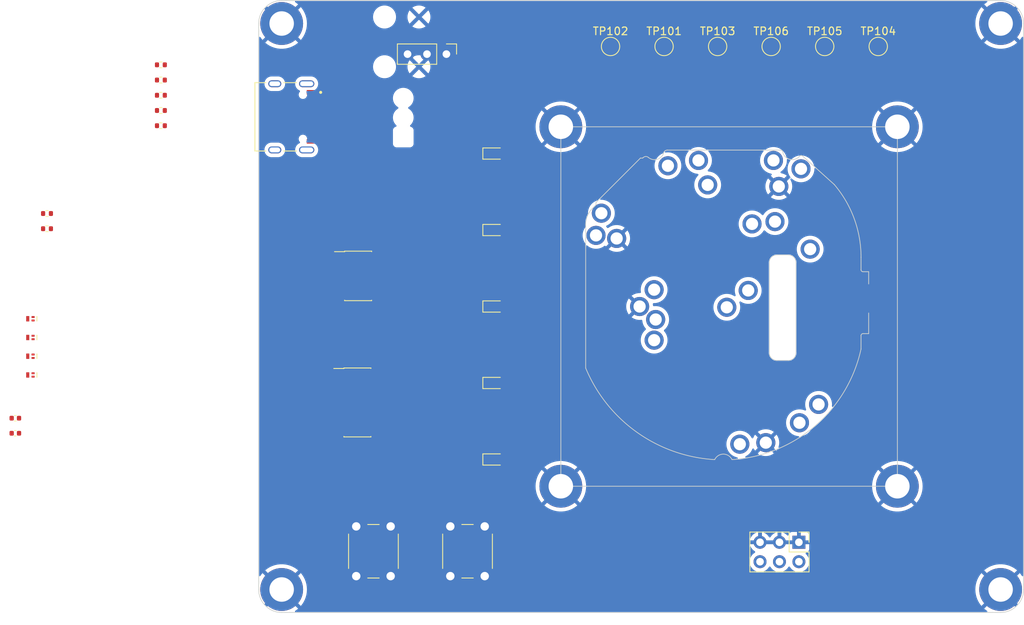
<source format=kicad_pcb>
(kicad_pcb (version 20221018) (generator pcbnew)
  (layers (0 "F.Cu" signal) (31 "B.Cu" signal) (34 "B.Paste" user) (35 "F.Paste" user) (36 "B.SilkS" user "B.Silkscreen") (37 "F.SilkS" user "F.Silkscreen") (38 "B.Mask" user) (39 "F.Mask" user) (44 "Edge.Cuts" user))
  (net 0 "")
  (net 1 "/STM32_SWDIO")
  (net 2 "/STM32_SWCLK")
  (net 3 "/STM32_SWO")
  (net 5 "/STM32_VCP_TX")
  (net 6 "+1V8")
  (net 7 "/STM32_VCP_RX")
  (net 9 "GND")
  (net 12 "/STM32_RST")
  (net 13 "/NRF_SWDIO")
  (net 14 "/NRF_SWCLK")
  (net 18 "/NRF_RST")
  (net 19 "+1V2")
  (net 20 "+3V3")
  (net 21 "+VBAT")
  (net 22 "VBUS")
  (net 23 "/LED_3V3_K")
  (net 24 "/LED_1V8_K")
  (net 25 "/LED_1V2_K")
  (net 26 "/LED_3V3_A")
  (net 27 "/LED_1V8_A")
  (net 28 "/LED_1V2_A")
  (net 29 "/LED_VBUS_A")
  (net 30 "/LED_STM32_K")
  (net 31 "/LED_STM32_A")
  (net 32 "/CC1")
  (net 33 "/CC2")
  (net 34 "/VIN")
  (net 45 "/LED_STM32")
  (net 47 "/RF_IN")
  (net 48 "/SIGNAL_ENVELOPE")
  (net 49 "/RF")
  (footprint "Diode_SMD:D_0603_1608Metric" (layer "F.Cu") (at 145.7875 115)
    (fp_text reference "D104" hide)
    (fp_text value "GREEN" hide)
    (fp_line (start -1.485 -0.735) (end -1.485 0.735) (stroke (width 0.12)) (layer "F.SilkS"))
    (fp_line (start -1.485 0.735) (end 0.8 0.735) (stroke (width 0.12)) (layer "F.SilkS"))
    (fp_line (start 0.8 -0.735) (end -1.485 -0.735) (stroke (width 0.12)) (layer "F.SilkS"))
    (pad "1" smd roundrect (at -0.7875 0) (size 0.875 0.95) (layers "F.Cu" "F.Paste" "F.Mask") (net 9 "GND"))
    (pad "2" smd roundrect (at 0.7875 0) (size 0.875 0.95) (layers "F.Cu" "F.Paste" "F.Mask") (net 29 "/LED_VBUS_A"))
  )
  (footprint "Button_Switch_THT:SW_PUSH_6mm_H5mm" (layer "F.Cu") (at 127.75 130.25 90)
    (fp_text reference "SW102" hide)
    (fp_text value "PSH_BTN")
    (fp_line (start -0.25 1.5) (end -0.25 3) (stroke (width 0.12)) (layer "F.SilkS"))
    (fp_line (start 1 5.5) (end 5.5 5.5) (stroke (width 0.12)) (layer "F.SilkS"))
    (fp_line (start 5.5 -1) (end 1 -1) (stroke (width 0.12)) (layer "F.SilkS"))
    (fp_line (start 6.75 3) (end 6.75 1.5) (stroke (width 0.12)) (layer "F.SilkS"))
    (pad "1" thru_hole circle (at 0 0 180) (size 2 2) (drill 1.1) (layers "*.Cu" "*.Mask") (net 18 "/NRF_RST"))
    (pad "1" thru_hole circle (at 6.5 0 180) (size 2 2) (drill 1.1) (layers "*.Cu" "*.Mask") (net 18 "/NRF_RST"))
    (pad "2" thru_hole circle (at 0 4.5 180) (size 2 2) (drill 1.1) (layers "*.Cu" "*.Mask") (net 9 "GND"))
    (pad "2" thru_hole circle (at 6.5 4.5 180) (size 2 2) (drill 1.1) (layers "*.Cu" "*.Mask") (net 9 "GND"))
  )
  (footprint "Capacitor_SMD:C_0402_1005Metric" (layer "F.Cu") (at 83.18 109.6)
    (fp_text reference "C101" hide)
    (fp_text value "100n")
    (fp_line (start -0.107836 -0.36) (end 0.107836 -0.36) (stroke (width 0.12)) (layer "F.SilkS"))
    (fp_line (start -0.107836 0.36) (end 0.107836 0.36) (stroke (width 0.12)) (layer "F.SilkS"))
    (pad "1" smd roundrect (at -0.48 0) (size 0.56 0.62) (layers "F.Cu" "F.Paste" "F.Mask") (net 9 "GND"))
    (pad "2" smd roundrect (at 0.48 0) (size 0.56 0.62) (layers "F.Cu" "F.Paste" "F.Mask") (net 12 "/STM32_RST"))
  )
  (footprint "Resistor_SMD:R_0402_1005Metric" (layer "F.Cu") (at 102.21 69.37)
    (fp_text reference "R104" hide)
    (fp_text value "2k2" hide)
    (fp_line (start -0.153641 -0.38) (end 0.153641 -0.38) (stroke (width 0.12)) (layer "F.SilkS"))
    (fp_line (start -0.153641 0.38) (end 0.153641 0.38) (stroke (width 0.12)) (layer "F.SilkS"))
    (pad "1" smd roundrect (at -0.51 0) (size 0.54 0.64) (layers "F.Cu" "F.Paste" "F.Mask") (net 22 "VBUS"))
    (pad "2" smd roundrect (at 0.51 0) (size 0.54 0.64) (layers "F.Cu" "F.Paste" "F.Mask") (net 29 "/LED_VBUS_A"))
  )
  (footprint "MountingHole:MountingHole_3.2mm_M3_DIN965_Pad_TopBottom" (layer "F.Cu") (at 198.5 118.5)
    (fp_text reference "H108" hide)
    (fp_text value "M3")
    (pad "1" thru_hole circle (at 0 0) (size 3.6 3.6) (drill 3.2) (layers "*.Cu" "*.Mask") (net 9 "GND"))
    (pad "1" connect circle (at 0 0) (size 5.6 5.6) (layers "F.Cu" "F.Mask") (net 9 "GND"))
    (pad "1" connect circle (at 0 0) (size 5.6 5.6) (layers "B.Cu" "B.Mask") (net 9 "GND"))
  )
  (footprint "Diode_SMD:D_0603_1608Metric" (layer "F.Cu") (at 145.7875 95)
    (fp_text reference "D102" hide)
    (fp_text value "GREEN" hide)
    (fp_line (start -1.485 -0.735) (end -1.485 0.735) (stroke (width 0.12)) (layer "F.SilkS"))
    (fp_line (start -1.485 0.735) (end 0.8 0.735) (stroke (width 0.12)) (layer "F.SilkS"))
    (fp_line (start 0.8 -0.735) (end -1.485 -0.735) (stroke (width 0.12)) (layer "F.SilkS"))
    (pad "1" smd roundrect (at -0.7875 0) (size 0.875 0.95) (layers "F.Cu" "F.Paste" "F.Mask") (net 24 "/LED_1V8_K"))
    (pad "2" smd roundrect (at 0.7875 0) (size 0.875 0.95) (layers "F.Cu" "F.Paste" "F.Mask") (net 27 "/LED_1V8_A"))
  )
  (footprint "watch_footprints:Pogo_Pin_8mm" (layer "F.Cu") (at 187.1 87.5)
    (fp_text reference "PP116" hide)
    (fp_text value "8mm" hide)
    (pad "1" thru_hole circle (at 0 0) (size 2.5 2.5) (drill 1.6) (layers "*.Cu" "*.Mask") (net 45 "/LED_STM32"))
  )
  (footprint "watch_footprints:Pogo_Pin_8mm" (layer "F.Cu") (at 176.2 95.1)
    (fp_text reference "PP107" hide)
    (fp_text value "8mm" hide)
    (pad "1" thru_hole circle (at 0 0) (size 2.5 2.5) (drill 1.6) (layers "*.Cu" "*.Mask") (net 7 "/STM32_VCP_RX"))
  )
  (footprint "Button_Switch_THT:SW_PUSH_6mm_H5mm" (layer "F.Cu") (at 140.05 130.25 90)
    (fp_text reference "SW101" hide)
    (fp_text value "PSH_BTN")
    (fp_line (start -0.25 1.5) (end -0.25 3) (stroke (width 0.12)) (layer "F.SilkS"))
    (fp_line (start 1 5.5) (end 5.5 5.5) (stroke (width 0.12)) (layer "F.SilkS"))
    (fp_line (start 5.5 -1) (end 1 -1) (stroke (width 0.12)) (layer "F.SilkS"))
    (fp_line (start 6.75 3) (end 6.75 1.5) (stroke (width 0.12)) (layer "F.SilkS"))
    (pad "1" thru_hole circle (at 0 0 180) (size 2 2) (drill 1.1) (layers "*.Cu" "*.Mask") (net 12 "/STM32_RST"))
    (pad "1" thru_hole circle (at 6.5 0 180) (size 2 2) (drill 1.1) (layers "*.Cu" "*.Mask") (net 12 "/STM32_RST"))
    (pad "2" thru_hole circle (at 0 4.5 180) (size 2 2) (drill 1.1) (layers "*.Cu" "*.Mask") (net 9 "GND"))
    (pad "2" thru_hole circle (at 6.5 4.5 180) (size 2 2) (drill 1.1) (layers "*.Cu" "*.Mask") (net 9 "GND"))
  )
  (footprint "watch_footprints:DMN21D2UFB7B" (layer "F.Cu") (at 85.15 99.05)
    (fp_text reference "Q102" hide)
    (fp_text value "DMN21D2UFB-7B" hide)
    (fp_line (start 0.85 -0.3) (end 0.85 0.3) (stroke (width 0.12)) (layer "F.SilkS"))
    (pad "1" smd rect (at 0.35 0.225 90) (size 0.25 0.4) (layers "F.Cu" "F.Paste" "F.Mask") (net 6 "+1V8"))
    (pad "2" smd rect (at 0.35 -0.225 90) (size 0.25 0.4) (layers "F.Cu" "F.Paste" "F.Mask") (net 9 "GND"))
    (pad "3" smd rect (at -0.35 0) (size 0.4 0.7) (layers "F.Cu" "F.Paste" "F.Mask") (net 24 "/LED_1V8_K"))
  )
  (footprint "watch_footprints:DMN21D2UFB7B" (layer "F.Cu") (at 85.15 103.95)
    (fp_text reference "Q104" hide)
    (fp_text value "DMN21D2UFB-7B" hide)
    (fp_line (start 0.85 -0.3) (end 0.85 0.3) (stroke (width 0.12)) (layer "F.SilkS"))
    (pad "1" smd rect (at 0.35 0.225 90) (size 0.25 0.4) (layers "F.Cu" "F.Paste" "F.Mask") (net 45 "/LED_STM32"))
    (pad "2" smd rect (at 0.35 -0.225 90) (size 0.25 0.4) (layers "F.Cu" "F.Paste" "F.Mask") (net 9 "GND"))
    (pad "3" smd rect (at -0.35 0) (size 0.4 0.7) (layers "F.Cu" "F.Paste" "F.Mask") (net 30 "/LED_STM32_K"))
  )
  (footprint "Connector_PinHeader_2.54mm:PinHeader_1x03_P2.54mm_Vertical" (layer "F.Cu") (at 139.54 62 -90)
    (fp_text reference "SW103" hide)
    (fp_text value "SW_SPDT")
    (fp_line (start -1.33 -1.33) (end 0 -1.33) (stroke (width 0.12)) (layer "F.SilkS"))
    (fp_line (start -1.33 0) (end -1.33 -1.33) (stroke (width 0.12)) (layer "F.SilkS"))
    (fp_line (start -1.33 1.27) (end -1.33 6.41) (stroke (width 0.12)) (layer "F.SilkS"))
    (fp_line (start -1.33 1.27) (end 1.33 1.27) (stroke (width 0.12)) (layer "F.SilkS"))
    (fp_line (start -1.33 6.41) (end 1.33 6.41) (stroke (width 0.12)) (layer "F.SilkS"))
    (fp_line (start 1.33 1.27) (end 1.33 6.41) (stroke (width 0.12)) (layer "F.SilkS"))
    (pad "1" thru_hole rect (at 0 0 270) (size 1.7 1.7) (drill 1) (layers "*.Cu" "*.Mask") (net 22 "VBUS"))
    (pad "2" thru_hole oval (at 0 2.54 270) (size 1.7 1.7) (drill 1) (layers "*.Cu" "*.Mask") (net 34 "/VIN"))
    (pad "3" thru_hole oval (at 0 5.08 270) (size 1.7 1.7) (drill 1) (layers "*.Cu" "*.Mask"))
  )
  (footprint "MountingHole:MountingHole_3.2mm_M3_DIN965_Pad_TopBottom" (layer "F.Cu") (at 198.5 71.5)
    (fp_text reference "H106" hide)
    (fp_text value "M3")
    (pad "1" thru_hole circle (at 0 0) (size 3.6 3.6) (drill 3.2) (layers "*.Cu" "*.Mask") (net 9 "GND"))
    (pad "1" connect circle (at 0 0) (size 5.6 5.6) (layers "F.Cu" "F.Mask") (net 9 "GND"))
    (pad "1" connect circle (at 0 0) (size 5.6 5.6) (layers "B.Cu" "B.Mask") (net 9 "GND"))
  )
  (footprint "Diode_SMD:D_0603_1608Metric" (layer "F.Cu") (at 145.7875 105)
    (fp_text reference "D103" hide)
    (fp_text value "GREEN" hide)
    (fp_line (start -1.485 -0.735) (end -1.485 0.735) (stroke (width 0.12)) (layer "F.SilkS"))
    (fp_line (start -1.485 0.735) (end 0.8 0.735) (stroke (width 0.12)) (layer "F.SilkS"))
    (fp_line (start 0.8 -0.735) (end -1.485 -0.735) (stroke (width 0.12)) (layer "F.SilkS"))
    (pad "1" smd roundrect (at -0.7875 0) (size 0.875 0.95) (layers "F.Cu" "F.Paste" "F.Mask") (net 25 "/LED_1V2_K"))
    (pad "2" smd roundrect (at 0.7875 0) (size 0.875 0.95) (layers "F.Cu" "F.Paste" "F.Mask") (net 28 "/LED_1V2_A"))
  )
  (footprint "watch_footprints:Pogo_Pin_8mm" (layer "F.Cu") (at 182.3 75.9)
    (fp_text reference "PP111" hide)
    (fp_text value "8mm" hide)
    (pad "1" thru_hole circle (at 0 0) (size 2.5 2.5) (drill 1.6) (layers "*.Cu" "*.Mask") (net 21 "+VBAT"))
  )
  (footprint "Capacitor_SMD:C_0402_1005Metric" (layer "F.Cu") (at 83.18 111.57)
    (fp_text reference "C102" hide)
    (fp_text value "100n")
    (fp_line (start -0.107836 -0.36) (end 0.107836 -0.36) (stroke (width 0.12)) (layer "F.SilkS"))
    (fp_line (start -0.107836 0.36) (end 0.107836 0.36) (stroke (width 0.12)) (layer "F.SilkS"))
    (pad "1" smd roundrect (at -0.48 0) (size 0.56 0.62) (layers "F.Cu" "F.Paste" "F.Mask") (net 9 "GND"))
    (pad "2" smd roundrect (at 0.48 0) (size 0.56 0.62) (layers "F.Cu" "F.Paste" "F.Mask") (net 18 "/NRF_RST"))
  )
  (footprint "watch_footprints:Pogo_Pin_8mm" (layer "F.Cu") (at 185.9 77)
    (fp_text reference "PP110" hide)
    (fp_text value "8mm" hide)
    (pad "1" thru_hole circle (at 0 0) (size 2.5 2.5) (drill 1.6) (layers "*.Cu" "*.Mask") (net 22 "VBUS"))
  )
  (footprint "MountingHole:MountingHole_3.2mm_M3_DIN965_Pad_TopBottom" (layer "F.Cu") (at 118 58)
    (fp_text reference "H104" hide)
    (fp_text value "M3")
    (pad "1" thru_hole circle locked (at 0 0) (size 3.6 3.6) (drill 3.2) (layers "*.Cu" "*.Mask") (net 9 "GND"))
    (pad "1" connect circle locked (at 0 0) (size 5.6 5.6) (layers "F.Cu" "F.Mask") (net 9 "GND"))
    (pad "1" connect circle locked (at 0 0) (size 5.6 5.6) (layers "B.Cu" "B.Mask") (net 9 "GND"))
  )
  (footprint "MountingHole:MountingHole_3.2mm_M3_DIN965_Pad_TopBottom" (layer "F.Cu") (at 212 132)
    (fp_text reference "H102" hide)
    (fp_text value "M3")
    (pad "1" thru_hole circle locked (at 0 0) (size 3.6 3.6) (drill 3.2) (layers "*.Cu" "*.Mask") (net 9 "GND"))
    (pad "1" connect circle locked (at 0 0) (size 5.6 5.6) (layers "F.Cu" "F.Mask") (net 9 "GND"))
    (pad "1" connect circle locked (at 0 0) (size 5.6 5.6) (layers "B.Cu" "B.Mask") (net 9 "GND"))
  )
  (footprint "Resistor_SMD:R_0402_1005Metric" (layer "F.Cu") (at 102.21 65.39)
    (fp_text reference "R102" hide)
    (fp_text value "2k2" hide)
    (fp_line (start -0.153641 -0.38) (end 0.153641 -0.38) (stroke (width 0.12)) (layer "F.SilkS"))
    (fp_line (start -0.153641 0.38) (end 0.153641 0.38) (stroke (width 0.12)) (layer "F.SilkS"))
    (pad "1" smd roundrect (at -0.51 0) (size 0.54 0.64) (layers "F.Cu" "F.Paste" "F.Mask") (net 22 "VBUS"))
    (pad "2" smd roundrect (at 0.51 0) (size 0.54 0.64) (layers "F.Cu" "F.Paste" "F.Mask") (net 27 "/LED_1V8_A"))
  )
  (footprint "watch_footprints:Pogo_Pin_8mm" (layer "F.Cu") (at 183 79.3)
    (fp_text reference "PP112" hide)
    (fp_text value "8mm" hide)
    (pad "1" thru_hole circle (at 0 0) (size 2.5 2.5) (drill 1.6) (layers "*.Cu" "*.Mask") (net 9 "GND"))
  )
  (footprint "watch_footprints:STDC14" (layer "F.Cu") (at 127.9 107.54)
    (fp_text reference "J101" hide)
    (fp_text value "STDC14" hide)
    (fp_line (start -3.09 -4.44) (end -1.765 -4.44) (stroke (width 0.12)) (layer "F.SilkS"))
    (fp_line (start -1.765 -4.505) (end -1.765 -4.44) (stroke (width 0.12)) (layer "F.SilkS"))
    (fp_line (start -1.765 -4.505) (end 1.765 -4.505) (stroke (width 0.12)) (layer "F.SilkS"))
    (fp_line (start -1.765 4.44) (end -1.765 4.505) (stroke (width 0.12)) (layer "F.SilkS"))
    (fp_line (start -1.765 4.505) (end 1.765 4.505) (stroke (width 0.12)) (layer "F.SilkS"))
    (fp_line (start 1.765 -4.505) (end 1.765 -4.44) (stroke (width 0.12)) (layer "F.SilkS"))
    (fp_line (start 1.765 4.44) (end 1.765 4.505) (stroke (width 0.12)) (layer "F.SilkS"))
    (pad "1" smd rect (at -1.95 -3.81) (size 2.4 0.74) (layers "F.Cu" "F.Paste" "F.Mask"))
    (pad "2" smd rect (at 1.95 -3.81) (size 2.4 0.74) (layers "F.Cu" "F.Paste" "F.Mask"))
    (pad "3" smd rect (at -1.95 -2.54) (size 2.4 0.74) (layers "F.Cu" "F.Paste" "F.Mask") (net 6 "+1V8"))
    (pad "4" smd rect (at 1.95 -2.54) (size 2.4 0.74) (layers "F.Cu" "F.Paste" "F.Mask") (net 1 "/STM32_SWDIO"))
    (pad "5" smd rect (at -1.95 -1.27) (size 2.4 0.74) (layers "F.Cu" "F.Paste" "F.Mask") (net 9 "GND"))
    (pad "6" smd rect (at 1.95 -1.27) (size 2.4 0.74) (layers "F.Cu" "F.Paste" "F.Mask") (net 2 "/STM32_SWCLK"))
    (pad "7" smd rect (at -1.95 0) (size 2.4 0.74) (layers "F.Cu" "F.Paste" "F.Mask") (net 9 "GND"))
    (pad "8" smd rect (at 1.95 0) (size 2.4 0.74) (layers "F.Cu" "F.Paste" "F.Mask") (net 3 "/STM32_SWO"))
    (pad "9" smd rect (at -1.95 1.27) (size 2.4 0.74) (layers "F.Cu" "F.Paste" "F.Mask"))
    (pad "10" smd rect (at 1.95 1.27) (size 2.4 0.74) (layers "F.Cu" "F.Paste" "F.Mask"))
    (pad "11" smd rect (at -1.95 2.54) (size 2.4 0.74) (layers "F.Cu" "F.Paste" "F.Mask") (net 9 "GND"))
    (pad "12" smd rect (at 1.95 2.54) (size 2.4 0.74) (layers "F.Cu" "F.Paste" "F.Mask") (net 12 "/STM32_RST"))
    (pad "13" smd rect (at -1.95 3.81) (size 2.4 0.74) (layers "F.Cu" "F.Paste" "F.Mask") (net 7 "/STM32_VCP_RX"))
    (pad "14" smd rect (at 1.95 3.81) (size 2.4 0.74) (layers "F.Cu" "F.Paste" "F.Mask") (net 5 "/STM32_VCP_TX"))
  )
  (footprint "watch_footprints:Pogo_Pin_8mm" (layer "F.Cu") (at 164.8 95)
    (fp_text reference "PP114" hide)
    (fp_text value "8mm" hide)
    (pad "1" thru_hole circle (at 0 0) (size 2.5 2.5) (drill 1.6) (layers "*.Cu" "*.Mask") (net 9 "GND"))
  )
  (footprint "Resistor_SMD:R_0402_1005Metric" (layer "F.Cu") (at 87.32 84.83)
    (fp_text reference "R107" hide)
    (fp_text value "5k1")
    (fp_line (start -0.153641 -0.38) (end 0.153641 -0.38) (stroke (width 0.12)) (layer "F.SilkS"))
    (fp_line (start -0.153641 0.38) (end 0.153641 0.38) (stroke (width 0.12)) (layer "F.SilkS"))
    (pad "1" smd roundrect (at -0.51 0) (size 0.54 0.64) (layers "F.Cu" "F.Paste" "F.Mask") (net 32 "/CC1"))
    (pad "2" smd roundrect (at 0.51 0) (size 0.54 0.64) (layers "F.Cu" "F.Paste" "F.Mask") (net 9 "GND"))
  )
  (footprint "TestPoint:TestPoint_Pad_D2.0mm" (layer "F.Cu") (at 189 61)
    (fp_text reference "TP105" (at 0 -1.998) (layer "F.SilkS"))
    (fp_text value "2mm")
    (fp_circle (center 0 0) (end 0 1.2) (stroke (width 0.12)) (fill none) (layer "F.SilkS"))
    (pad "1" smd circle (at 0 0) (size 2 2) (layers "F.Cu" "F.Mask") (net 22 "VBUS"))
  )
  (footprint "Connector_PinHeader_2.54mm:PinHeader_2x03_P2.54mm_Vertical" (layer "F.Cu") (at 185.625 125.825 -90)
    (fp_text reference "J105" hide)
    (fp_text value "Conn_02x03_Odd_Even")
    (fp_line (start -1.33 -1.33) (end 0 -1.33) (stroke (width 0.12)) (layer "F.SilkS"))
    (fp_line (start -1.33 0) (end -1.33 -1.33) (stroke (width 0.12)) (layer "F.SilkS"))
    (fp_line (start -1.33 1.27) (end -1.33 6.41) (stroke (width 0.12)) (layer "F.SilkS"))
    (fp_line (start -1.33 1.27) (end 1.27 1.27) (stroke (width 0.12)) (layer "F.SilkS"))
    (fp_line (start -1.33 6.41) (end 3.87 6.41) (stroke (width 0.12)) (layer "F.SilkS"))
    (fp_line (start 1.27 -1.33) (end 3.87 -1.33) (stroke (width 0.12)) (layer "F.SilkS"))
    (fp_line (start 1.27 1.27) (end 1.27 -1.33) (stroke (width 0.12)) (layer "F.SilkS"))
    (fp_line (start 3.87 -1.33) (end 3.87 6.41) (stroke (width 0.12)) (layer "F.SilkS"))
    (pad "1" thru_hole rect (at 0 0 270) (size 1.7 1.7) (drill 1) (layers "*.Cu" "*.Mask") (net 9 "GND"))
    (pad "2" thru_hole oval (at 2.54 0 270) (size 1.7 1.7) (drill 1) (layers "*.Cu" "*.Mask") (net 49 "/RF"))
    (pad "3" thru_hole oval (at 0 2.54 270) (size 1.7 1.7) (drill 1) (layers "*.Cu" "*.Mask") (net 9 "GND"))
    (pad "4" thru_hole oval (at 2.54 2.54 270) (size 1.7 1.7) (drill 1) (layers "*.Cu" "*.Mask") (net 48 "/SIGNAL_ENVELOPE"))
    (pad "5" thru_hole oval (at 0 5.08 270) (size 1.7 1.7) (drill 1) (layers "*.Cu" "*.Mask") (net 9 "GND"))
    (pad "6" thru_hole oval (at 2.54 5.08 270) (size 1.7 1.7) (drill 1) (layers "*.Cu" "*.Mask") (net 47 "/RF_IN"))
  )
  (footprint "Diode_SMD:D_0603_1608Metric" (layer "F.Cu") (at 145.7875 85)
    (fp_text reference "D101" hide)
    (fp_text value "GREEN" hide)
    (fp_line (start -1.485 -0.735) (end -1.485 0.735) (stroke (width 0.12)) (layer "F.SilkS"))
    (fp_line (start -1.485 0.735) (end 0.8 0.735) (stroke (width 0.12)) (layer "F.SilkS"))
    (fp_line (start 0.8 -0.735) (end -1.485 -0.735) (stroke (width 0.12)) (layer "F.SilkS"))
    (pad "1" smd roundrect (at -0.7875 0) (size 0.875 0.95) (layers "F.Cu" "F.Paste" "F.Mask") (net 23 "/LED_3V3_K"))
    (pad "2" smd roundrect (at 0.7875 0) (size 0.875 0.95) (layers "F.Cu" "F.Paste" "F.Mask") (net 26 "/LED_3V3_A"))
  )
  (footprint "TestPoint:TestPoint_Pad_D2.0mm" (layer "F.Cu") (at 182 61)
    (fp_text reference "TP106" (at 0 -1.998) (layer "F.SilkS"))
    (fp_text value "2mm")
    (fp_circle (center 0 0) (end 0 1.2) (stroke (width 0.12)) (fill none) (layer "F.SilkS"))
    (pad "1" smd circle (at 0 0) (size 2 2) (layers "F.Cu" "F.Mask") (net 21 "+VBAT"))
  )
  (footprint "watch_footprints:Pogo_Pin_8mm" (layer "F.Cu") (at 168.5 76.6)
    (fp_text reference "PP119" hide)
    (fp_text value "8mm" hide)
    (pad "1" thru_hole circle (at 0 0) (size 2.5 2.5) (drill 1.6) (layers "*.Cu" "*.Mask") (net 19 "+1V2"))
  )
  (footprint "TestPoint:TestPoint_Pad_D2.0mm" (layer "F.Cu") (at 161 61)
    (fp_text reference "TP102" (at 0 -1.998) (layer "F.SilkS"))
    (fp_text value "2mm")
    (fp_circle (center 0 0) (end 0 1.2) (stroke (width 0.12)) (fill none) (layer "F.SilkS"))
    (pad "1" smd circle (at 0 0) (size 2 2) (layers "F.Cu" "F.Mask") (net 19 "+1V2"))
  )
  (footprint "MountingHole:MountingHole_3.2mm_M3_DIN965_Pad_TopBottom" (layer "F.Cu") (at 118 132)
    (fp_text reference "H103" hide)
    (fp_text value "M3")
    (pad "1" thru_hole circle locked (at 0 0) (size 3.6 3.6) (drill 3.2) (layers "*.Cu" "*.Mask") (net 9 "GND"))
    (pad "1" connect circle locked (at 0 0) (size 5.6 5.6) (layers "F.Cu" "F.Mask") (net 9 "GND"))
    (pad "1" connect circle locked (at 0 0) (size 5.6 5.6) (layers "B.Cu" "B.Mask") (net 9 "GND"))
  )
  (footprint "watch_footprints:Pogo_Pin_8mm" (layer "F.Cu") (at 181.3 112.8)
    (fp_text reference "PP122" hide)
    (fp_text value "8mm")
    (pad "1" thru_hole circle (at 0 0) (size 2.5 2.5) (drill 1.6) (layers "*.Cu" "*.Mask") (net 9 "GND"))
  )
  (footprint "TestPoint:TestPoint_Pad_D2.0mm" (layer "F.Cu") (at 175 61)
    (fp_text reference "TP103" (at 0 -1.998) (layer "F.SilkS"))
    (fp_text value "2mm")
    (fp_circle (center 0 0) (end 0 1.2) (stroke (width 0.12)) (fill none) (layer "F.SilkS"))
    (pad "1" smd circle (at 0 0) (size 2 2) (layers "F.Cu" "F.Mask") (net 20 "+3V3"))
  )
  (footprint "watch_footprints:MIPI10" (layer "F.Cu") (at 128 91)
    (fp_text reference "J102" hide)
    (fp_text value "MIPI10" hide)
    (fp_line (start -3.09 -3.17) (end -1.765 -3.17) (stroke (width 0.12)) (layer "F.SilkS"))
    (fp_line (start -1.765 -3.235) (end -1.765 -3.17) (stroke (width 0.12)) (layer "F.SilkS"))
    (fp_line (start -1.765 -3.235) (end 1.765 -3.235) (stroke (width 0.12)) (layer "F.SilkS"))
    (fp_line (start -1.765 3.17) (end -1.765 3.235) (stroke (width 0.12)) (layer "F.SilkS"))
    (fp_line (start -1.765 3.235) (end 1.765 3.235) (stroke (width 0.12)) (layer "F.SilkS"))
    (fp_line (start 1.765 -3.235) (end 1.765 -3.17) (stroke (width 0.12)) (layer "F.SilkS"))
    (fp_line (start 1.765 3.17) (end 1.765 3.235) (stroke (width 0.12)) (layer "F.SilkS"))
    (pad "1" smd rect (at -1.95 -2.54) (size 2.4 0.74) (layers "F.Cu" "F.Paste" "F.Mask") (net 6 "+1V8"))
    (pad "2" smd rect (at 1.95 -2.54) (size 2.4 0.74) (layers "F.Cu" "F.Paste" "F.Mask") (net 13 "/NRF_SWDIO"))
    (pad "3" smd rect (at -1.95 -1.27) (size 2.4 0.74) (layers "F.Cu" "F.Paste" "F.Mask") (net 9 "GND"))
    (pad "4" smd rect (at 1.95 -1.27) (size 2.4 0.74) (layers "F.Cu" "F.Paste" "F.Mask") (net 14 "/NRF_SWCLK"))
    (pad "5" smd rect (at -1.95 0) (size 2.4 0.74) (layers "F.Cu" "F.Paste" "F.Mask") (net 9 "GND"))
    (pad "6" smd rect (at 1.95 0) (size 2.4 0.74) (layers "F.Cu" "F.Paste" "F.Mask"))
    (pad "7" smd rect (at -1.95 1.27) (size 2.4 0.74) (layers "F.Cu" "F.Paste" "F.Mask"))
    (pad "8" smd rect (at 1.95 1.27) (size 2.4 0.74) (layers "F.Cu" "F.Paste" "F.Mask"))
    (pad "9" smd rect (at -1.95 2.54) (size 2.4 0.74) (layers "F.Cu" "F.Paste" "F.Mask") (net 9 "GND"))
    (pad "10" smd rect (at 1.95 2.54) (size 2.4 0.74) (layers "F.Cu" "F.Paste" "F.Mask") (net 18 "/NRF_RST"))
  )
  (footprint "MountingHole:MountingHole_3.2mm_M3_DIN965_Pad_TopBottom" (layer "F.Cu") (at 154.5 118.5)
    (fp_text reference "H107" hide)
    (fp_text value "M3")
    (pad "1" thru_hole circle (at 0 0) (size 3.6 3.6) (drill 3.2) (layers "*.Cu" "*.Mask") (net 9 "GND"))
    (pad "1" connect circle (at 0 0) (size 5.6 5.6) (layers "F.Cu" "F.Mask") (net 9 "GND"))
    (pad "1" connect circle (at 0 0) (size 5.6 5.6) (layers "B.Cu" "B.Mask") (net 9 "GND"))
  )
  (footprint "watch_footprints:Pogo_Pin_8mm" (layer "F.Cu") (at 159.8 82.8)
    (fp_text reference "PP108" hide)
    (fp_text value "8mm" hide)
    (pad "1" thru_hole circle (at 0 0) (size 2.5 2.5) (drill 1.6) (layers "*.Cu" "*.Mask") (net 13 "/NRF_SWDIO"))
  )
  (footprint "Resistor_SMD:R_0402_1005Metric" (layer "F.Cu") (at 102.21 71.36)
    (fp_text reference "R105" hide)
    (fp_text value "2k2" hide)
    (fp_line (start -0.153641 -0.38) (end 0.153641 -0.38) (stroke (width 0.12)) (layer "F.SilkS"))
    (fp_line (start -0.153641 0.38) (end 0.153641 0.38) (stroke (width 0.12)) (layer "F.SilkS"))
    (pad "1" smd roundrect (at -0.51 0) (size 0.54 0.64) (layers "F.Cu" "F.Paste" "F.Mask") (net 22 "VBUS"))
    (pad "2" smd roundrect (at 0.51 0) (size 0.54 0.64) (layers "F.Cu" "F.Paste" "F.Mask") (net 31 "/LED_STM32_A"))
  )
  (footprint "Resistor_SMD:R_0402_1005Metric" (layer "F.Cu") (at 87.32 82.84)
    (fp_text reference "R106" hide)
    (fp_text value "5k1")
    (fp_line (start -0.153641 -0.38) (end 0.153641 -0.38) (stroke (width 0.12)) (layer "F.SilkS"))
    (fp_line (start -0.153641 0.38) (end 0.153641 0.38) (stroke (width 0.12)) (layer "F.SilkS"))
    (pad "1" smd roundrect (at -0.51 0) (size 0.54 0.64) (layers "F.Cu" "F.Paste" "F.Mask") (net 33 "/CC2"))
    (pad "2" smd roundrect (at 0.51 0) (size 0.54 0.64) (layers "F.Cu" "F.Paste" "F.Mask") (net 9 "GND"))
  )
  (footprint "Resistor_SMD:R_0402_1005Metric" (layer "F.Cu") (at 102.21 63.4)
    (fp_text reference "R101" hide)
    (fp_text value "2k2" hide)
    (fp_line (start -0.153641 -0.38) (end 0.153641 -0.38) (stroke (width 0.12)) (layer "F.SilkS"))
    (fp_line (start -0.153641 0.38) (end 0.153641 0.38) (stroke (width 0.12)) (layer "F.SilkS"))
    (pad "1" smd roundrect (at -0.51 0) (size 0.54 0.64) (layers "F.Cu" "F.Paste" "F.Mask") (net 22 "VBUS"))
    (pad "2" smd roundrect (at 0.51 0) (size 0.54 0.64) (layers "F.Cu" "F.Paste" "F.Mask") (net 26 "/LED_3V3_A"))
  )
  (footprint "watch_footprints:Pogo_Pin_8mm" (layer "F.Cu") (at 185.7 110.2)
    (fp_text reference "PP120" hide)
    (fp_text value "8mm")
    (pad "1" thru_hole circle (at 0 0) (size 2.5 2.5) (drill 1.6) (layers "*.Cu" "*.Mask") (net 48 "/SIGNAL_ENVELOPE"))
  )
  (footprint "watch_footprints:DMN21D2UFB7B" (layer "F.Cu") (at 85.15 101.5)
    (fp_text reference "Q103" hide)
    (fp_text value "DMN21D2UFB-7B" hide)
    (fp_line (start 0.85 -0.3) (end 0.85 0.3) (stroke (width 0.12)) (layer "F.SilkS"))
    (pad "1" smd rect (at 0.35 0.225 90) (size 0.25 0.4) (layers "F.Cu" "F.Paste" "F.Mask") (net 19 "+1V2"))
    (pad "2" smd rect (at 0.35 -0.225 90) (size 0.25 0.4) (layers "F.Cu" "F.Paste" "F.Mask") (net 9 "GND"))
    (pad "3" smd rect (at -0.35 0) (size 0.4 0.7) (layers "F.Cu" "F.Paste" "F.Mask") (net 25 "/LED_1V2_K"))
  )
  (footprint "watch_footprints:Watch Outline V1" (layer "F.Cu") (at 175.7 95.2)
    (fp_text reference "U101" hide)
    (fp_text value "Watch_Outline")
    (fp_line (start -17.948965 -10.907365) (end -17.948965 7.849994) (stroke (width 0.1)) (layer "Edge.Cuts"))
    (fp_line (start -16.6 -13.8) (end -16.6 -13.5) (stroke (width 0.1)) (layer "Edge.Cuts"))
    (fp_line (start -16.6 -13.5) (end -17.070285 -13.028685) (stroke (width 0.1)) (layer "Edge.Cuts"))
    (fp_line (start -10.8 -19.6) (end -16.6 -13.8) (stroke (width 0.1)) (layer "Edge.Cuts"))
    (fp_line (start -10.8 -19.6) (end -10.5 -19.6) (stroke (width 0.1)) (layer "Edge.Cuts"))
    (fp_line (start -10.5 -19.6) (end -10.432061 -19.666909) (stroke (width 0.1)) (layer "Edge.Cuts"))
    (fp_line (start -7.271914 -20.650006) (end 7.530344 -20.650006) (stroke (width 0.1)) (layer "Edge.Cuts"))
    (fp_line (start 6.05 5.849998) (end 6.050002 -5.95) (stroke (width 0.1)) (layer "Edge.Cuts"))
    (fp_line (start 7.050002 -6.95) (end 8.55 -6.949998) (stroke (width 0.1)) (layer "Edge.Cuts"))
    (fp_line (start 8.549998 6.85) (end 7.05 6.849998) (stroke (width 0.1)) (layer "Edge.Cuts"))
    (fp_line (start 9.55 -5.949998) (end 9.549998 5.85) (stroke (width 0.1)) (layer "Edge.Cuts"))
    (fp_line (start 14.551035 -16.150006) (end 10.426612 -19.861986) (stroke (width 0.1)) (layer "Edge.Cuts"))
    (fp_line (start 18.05 3.6) (end 18.051035 5.349994) (stroke (width 0.1)) (layer "Edge.Cuts"))
    (fp_line (start 18.051035 -6.650006) (end 18.05 -5) (stroke (width 0.1)) (layer "Edge.Cuts"))
    (fp_line (start 18.3 -4.749997) (end 19.051035 -4.750003) (stroke (width 0.1)) (layer "Edge.Cuts"))
    (fp_line (start 19.051035 -4.750003) (end 19.051035 -3.150006) (stroke (width 0.1)) (layer "Edge.Cuts"))
    (fp_line (start 19.051035 0.649994) (end 19.051035 3.349994) (stroke (width 0.1)) (layer "Edge.Cuts"))
    (fp_line (start 19.051035 3.349994) (end 18.3 3.35) (stroke (width 0.1)) (layer "Edge.Cuts"))
    (fp_arc (start -17.948965 -10.907365) (mid -17.720602 -12.055415) (end -17.070285 -13.028685) (stroke (width 0.1)) (layer "Edge.Cuts"))
    (fp_arc (start -10.432061 -19.666909) (mid -10.099447 -19.81293) (end -9.755781 -19.695256) (stroke (width 0.1)) (layer "Edge.Cuts"))
    (fp_arc (start -7.751071 -20.292863) (mid -8.591865 -19.452093) (end -9.755781 -19.695256) (stroke (width 0.1)) (layer "Edge.Cuts"))
    (fp_arc (start -7.751071 -20.292863) (mid -7.570722 -20.550899) (end -7.271914 -20.650006) (stroke (width 0.1)) (layer "Edge.Cuts"))
    (fp_arc (start -1.079722 19.817182) (mid -11.231687 16.254398) (end -17.948965 7.849994) (stroke (width 0.1)) (layer "Edge.Cuts"))
    (fp_arc (start -1.079722 19.817182) (mid 0.050002 19.1) (end 1.18091 19.815313) (stroke (width 0.1)) (layer "Edge.Cuts"))
    (fp_arc (start 6.050002 -5.95) (mid 6.342895 -6.657106) (end 7.050002 -6.95) (stroke (width 0.1)) (layer "Edge.Cuts"))
    (fp_arc (start 7.05 6.849998) (mid 6.342894 6.557105) (end 6.05 5.849998) (stroke (width 0.1)) (layer "Edge.Cuts"))
    (fp_arc (start 7.530344 -20.650006) (mid 7.720847 -20.581752) (end 7.824671 -20.408071) (stroke (width 0.1)) (layer "Edge.Cuts"))
    (fp_arc (start 8.55 -6.949998) (mid 9.257106 -6.657105) (end 9.55 -5.949998) (stroke (width 0.1)) (layer "Edge.Cuts"))
    (fp_arc (start 9.549998 5.85) (mid 9.257105 6.557106) (end 8.549998 6.85) (stroke (width 0.1)) (layer "Edge.Cuts"))
    (fp_arc (start 9.998525 -19.834677) (mid 10.206818 -19.938305) (end 10.426612 -19.861986) (stroke (width 0.1)) (layer "Edge.Cuts"))
    (fp_arc (start 9.998526 -19.834677) (mid 8.732232 -19.441353) (end 7.824672 -20.408071) (stroke (width 0.1)) (layer "Edge.Cuts"))
    (fp_arc (start 14.551035 -16.150006) (mid 17.148203 -11.71212) (end 18.051035 -6.650006) (stroke (width 0.1)) (layer "Edge.Cuts"))
    (fp_arc (start 18.05 3.6) (mid 18.123223 3.423223) (end 18.3 3.35) (stroke (width 0.1)) (layer "Edge.Cuts"))
    (fp_arc (start 18.051035 5.349994) (mid 12.042676 15.412788) (end 1.18091 19.815314) (stroke (width 0.1)) (layer "Edge.Cuts"))
    (fp_arc (start 18.3 -4.75) (mid 18.123223 -4.823223) (end 18.05 -5) (stroke (width 0.1)) (layer "Edge.Cuts"))
  )
  (footprint "watch_footprints:Pogo_Pin_8mm" (layer "F.Cu") (at 161.8 86.1)
    (fp_text reference "PP113" hide)
    (fp_text value "8mm" hide)
    (pad "1" thru_hole circle (at 0 0) (size 2.5 2.5) (drill 1.6) (layers "*.Cu" "*.Mask") (net 9 "GND"))
  )
  (footprint "Diode_SMD:D_0603_1608Metric" (layer "F.Cu") (at 145.7875 75)
    (fp_text reference "D105" hide)
    (fp_text value "GREEN" hide)
    (fp_line (start -1.485 -0.735) (end -1.485 0.735) (stroke (width 0.12)) (layer "F.SilkS"))
    (fp_line (start -1.485 0.735) (end 0.8 0.735) (stroke (width 0.12)) (layer "F.SilkS"))
    (fp_line (start 0.8 -0.735) (end -1.485 -0.735) (stroke (width 0.12)) (layer "F.SilkS"))
    (pad "1" smd roundrect (at -0.7875 0) (size 0.875 0.95) (layers "F.Cu" "F.Paste" "F.Mask") (net 30 "/LED_STM32_K"))
    (pad "2" smd roundrect (at 0.7875 0) (size 0.875 0.95) (layers "F.Cu" "F.Paste" "F.Mask") (net 31 "/LED_STM32_A"))
  )
  (footprint "watch_footprints:Pogo_Pin_8mm" (layer "F.Cu") (at 172.5 75.9)
    (fp_text reference "PP118" hide)
    (fp_text value "8mm" hide)
    (pad "1" thru_hole circle (at 0 0) (size 2.5 2.5) (drill 1.6) (layers "*.Cu" "*.Mask") (net 6 "+1V8"))
  )
  (footprint "watch_footprints:Pogo_Pin_8mm" (layer "F.Cu") (at 179 92.9)
    (fp_text reference "PP105" hide)
    (fp_text value "8mm" hide)
    (pad "1" thru_hole circle (at 0 0) (size 2.5 2.5) (drill 1.6) (layers "*.Cu" "*.Mask") (net 5 "/STM32_VCP_TX"))
  )
  (footprint "watch_footprints:Pogo_Pin_8mm" (layer "F.Cu") (at 166.9 96.7)
    (fp_text reference "PP101" hide)
    (fp_text value "8mm" hide)
    (pad "1" thru_hole circle (at 0 0) (size 2.5 2.5) (drill 1.6) (layers "*.Cu" "*.Mask") (net 1 "/STM32_SWDIO"))
  )
  (footprint "watch_footprints:Pogo_Pin_8mm" (layer "F.Cu") (at 182.5 83.9)
    (fp_text reference "PP115" hide)
    (fp_text value "8mm" hide)
    (pad "1" thru_hole circle (at 0 0) (size 2.5 2.5) (drill 1.6) (layers "*.Cu" "*.Mask") (net 20 "+3V3"))
  )
  (footprint "MountingHole:MountingHole_3.2mm_M3_DIN965_Pad_TopBottom" (layer "F.Cu") (at 154.5 71.5)
    (fp_text reference "H105" hide)
    (fp_text value "M3")
    (pad "1" thru_hole circle (at 0 0) (size 3.6 3.6) (drill 3.2) (layers "*.Cu" "*.Mask") (net 9 "GND"))
    (pad "1" connect circle (at 0 0) (size 5.6 5.6) (layers "F.Cu" "F.Mask") (net 9 "GND"))
    (pad "1" connect circle (at 0 0) (size 5.6 5.6) (layers "B.Cu" "B.Mask") (net 9 "GND"))
  )
  (footprint "TestPoint:TestPoint_Pad_D2.0mm" (layer "F.Cu") (at 168 61)
    (fp_text reference "TP101" (at 0 -1.998) (layer "F.SilkS"))
    (fp_text value "2mm")
    (fp_circle (center 0 0) (end 0 1.2) (stroke (width 0.12)) (fill none) (layer "F.SilkS"))
    (pad "1" smd circle (at 0 0) (size 2 2) (layers "F.Cu" "F.Mask") (net 6 "+1V8"))
  )
  (footprint "watch_footprints:Pogo_Pin_8mm" (layer "F.Cu") (at 166.7 99.4)
    (fp_text reference "PP102" hide)
    (fp_text value "8mm" hide)
    (pad "1" thru_hole circle (at 0 0) (size 2.5 2.5) (drill 1.6) (layers "*.Cu" "*.Mask") (net 2 "/STM32_SWCLK"))
  )
  (footprint "watch_footprints:Pogo_Pin_8mm" (layer "F.Cu") (at 159.1 85.7)
    (fp_text reference "PP106" hide)
    (fp_text value "8mm" hide)
    (pad "1" thru_hole circle (at 0 0) (size 2.5 2.5) (drill 1.6) (layers "*.Cu" "*.Mask") (net 14 "/NRF_SWCLK"))
  )
  (footprint "watch_footprints:Pogo_Pin_8mm" (layer "F.Cu") (at 188.2 107.8)
    (fp_text reference "PP121" hide)
    (fp_text value "8mm")
    (pad "1" thru_hole circle (at 0 0) (size 2.5 2.5) (drill 1.6) (layers "*.Cu" "*.Mask") (net 49 "/RF"))
  )
  (footprint "watch_footprints:TYPE-C-31-M-12" (layer "F.Cu") (at 117.1 70.2 -90)
    (fp_text reference "J103" hide)
    (fp_text value "TYPE-C-31-M-12" hide)
    (fp_line (start -4.47 -2.85) (end -4.47 -1.17) (stroke (width 0.127)) (layer "F.SilkS"))
    (fp_line (start -4.47 2.6) (end -4.47 1.17) (stroke (width 0.127)) (layer "F.SilkS"))
    (fp_line (start -4.47 2.6) (end 4.47 2.6) (stroke (width 0.127)) (layer "F.SilkS"))
    (fp_line (start 4.47 -2.85) (end 4.47 -1.17) (stroke (width 0.127)) (layer "F.SilkS"))
    (fp_line (start 4.47 2.6) (end 4.47 1.17) (stroke (width 0.127)) (layer "F.SilkS"))
    (fp_circle (center -3.2 -6) (end -3.1 -6) (stroke (width 0.2)) (fill none) (layer "F.SilkS"))
    (pad "" np_thru_hole circle (at -2.89 -3.68 270) (size 0.6 0.6) (drill 0.6) (layers "*.Cu" "*.Mask"))
    (pad "" np_thru_hole circle (at 2.89 -3.68 270) (size 0.6 0.6) (drill 0.6) (layers "*.Cu" "*.Mask"))
    (pad "A1_B12" smd rect (at -3.2 -4.75 270) (size 0.6 1.14) (layers "F.Cu" "F.Paste") (net 9 "GND"))
    (pad "A4_B9" smd rect (at -2.4 -4.75 270) (size 0.6 1.14) (layers "F.Cu" "F.Paste") (net 34 "/VIN"))
    (pad "A5" smd rect (at -1.25 -4.75 270) (size 0.3 1.14) (layers "F.Cu" "F.Paste") (net 32 "/CC1"))
    (pad "A6" smd rect (at -0.25 -4.75 270) (size 0.3 1.14) (layers "F.Cu" "F.Paste"))
    (pad "A7" smd rect (at 0.25 -4.75 270) (size 0.3 1.14) (layers "F.Cu" "F.Paste"))
    (pad "A8" smd rect (at 1.25 -4.75 270) (size 0.3 1.14) (layers "F.Cu" "F.Paste"))
    (pad "B1_A12" smd rect (at 3.2 -4.75 270) (size 0.6 1.14) (layers "F.Cu" "F.Paste") (net 9 "GND"))
    (pad "B4_A9" smd rect (at 2.4 -4.75 270) (size 0.6 1.14) (layers "F.Cu" "F.Paste") (net 34 "/VIN"))
    (pad "B5" smd rect (at 1.75 -4.75 270) (size 0.3 1.14) (layers "F.Cu" "F.Paste") (net 33 "/CC2"))
    (pad "B6" smd rect (at 0.75 -4.75 270) (size 0.3 1.14) (layers "F.Cu" "F.Paste"))
    (pad "B7" smd rect (at -0.75 -4.75 270) (size 0.3 1.14) (layers "F.Cu" "F.Paste"))
    (pad "B8" smd rect (at -1.75 -4.75 270) (size 0.3 1.14) (layers "F.Cu" "F.Paste"))
    (pad "S1" thru_hole oval (at -4.325 -4.17 270) (size 0.9 2) (drill oval 0.6 1.7) (layers "*.Cu" "*.Mask"))
    (pad "S2" thru_hole oval (at 4.325 -4.17 270) (size 0.9 2) (drill oval 0.6 1.7) (layers "*.Cu" "*.Mask"))
    (pad "S3" thru_hole oval (at -4.325 0 270) (size 0.9 1.7) (drill oval 0.6 1.4) (layers "*.Cu" "*.Mask"))
    (pad "S4" thru_hole oval (at 4.325 0 270) (size 0.9 1.7) (drill oval 0.6 1.4) (layers "*.Cu" "*.Mask"))
  )
  (footprint "TestPoint:TestPoint_Pad_D2.0mm" (layer "F.Cu") (at 196 61)
    (fp_text reference "TP104" (at 0 -1.998) (layer "F.SilkS"))
    (fp_text value "2mm")
    (fp_circle (center 0 0) (end 0 1.2) (stroke (width 0.12)) (fill none) (layer "F.SilkS"))
    (pad "1" smd circle (at 0 0) (size 2 2) (layers "F.Cu" "F.Mask") (net 45 "/LED_STM32"))
  )
  (footprint "MountingHole:MountingHole_3.2mm_M3_DIN965_Pad_TopBottom" (layer "F.Cu") (at 212 58)
    (fp_text reference "H101" hide)
    (fp_text value "M3")
    (pad "1" thru_hole circle locked (at 0 0) (size 3.6 3.6) (drill 3.2) (layers "*.Cu" "*.Mask") (net 9 "GND"))
    (pad "1" connect circle locked (at 0 0) (size 5.6 5.6) (layers "F.Cu" "F.Mask") (net 9 "GND"))
    (pad "1" connect circle locked (at 0 0) (size 5.6 5.6) (layers "B.Cu" "B.Mask") (net 9 "GND"))
  )
  (footprint "watch_footprints:Pogo_Pin_8mm" (layer "F.Cu") (at 179.5 84.2)
    (fp_text reference "PP104" hide)
    (fp_text value "8mm" hide)
    (pad "1" thru_hole circle (at 0 0) (size 2.5 2.5) (drill 1.6) (layers "*.Cu" "*.Mask") (net 12 "/STM32_RST"))
  )
  (footprint "watch_footprints:Pogo_Pin_8mm" (layer "F.Cu") (at 177.9 113)
    (fp_text reference "PP117" hide)
    (fp_text value "8mm")
    (pad "1" thru_hole circle (at 0 0) (size 2.5 2.5) (drill 1.6) (layers "*.Cu" "*.Mask") (net 47 "/RF_IN"))
  )
  (footprint "watch_footprints:Pogo_Pin_8mm" (layer "F.Cu") (at 166.7 92.8)
    (fp_text reference "PP103" hide)
    (fp_text value "8mm" hide)
    (pad "1" thru_hole circle (at 0 0) (size 2.5 2.5) (drill 1.6) (layers "*.Cu" "*.Mask") (net 3 "/STM32_SWO"))
  )
  (footprint "watch_footprints:Pogo_Pin_8mm" (layer "F.Cu") (at 173.7 79.1)
    (fp_text reference "PP109" hide)
    (fp_text value "8mm" hide)
    (pad "1" thru_hole circle (at 0 0) (size 2.5 2.5) (drill 1.6) (layers "*.Cu" "*.Mask") (net 18 "/NRF_RST"))
  )
  (footprint "Resistor_SMD:R_0402_1005Metric" (layer "F.Cu") (at 102.21 67.38)
    (fp_text reference "R103" hide)
    (fp_text value "2k2" hide)
    (fp_line (start -0.153641 -0.38) (end 0.153641 -0.38) (stroke (width 0.12)) (layer "F.SilkS"))
    (fp_line (start -0.153641 0.38) (end 0.153641 0.38) (stroke (width 0.12)) (layer "F.SilkS"))
    (pad "1" smd roundrect (at -0.51 0) (size 0.54 0.64) (layers "F.Cu" "F.Paste" "F.Mask") (net 22 "VBUS"))
    (pad "2" smd roundrect (at 0.51 0) (size 0.54 0.64) (layers "F.Cu" "F.Paste" "F.Mask") (net 28 "/LED_1V2_A"))
  )
  (footprint "watch_footprints:DMN21D2UFB7B" (layer "F.Cu") (at 85.15 96.6)
    (fp_text reference "Q101" hide)
    (fp_text value "DMN21D2UFB-7B" hide)
    (fp_line (start 0.85 -0.3) (end 0.85 0.3) (stroke (width 0.12)) (layer "F.SilkS"))
    (pad "1" smd rect (at 0.35 0.225 90) (size 0.25 0.4) (layers "F.Cu" "F.Paste" "F.Mask") (net 20 "+3V3"))
    (pad "2" smd rect (at 0.35 -0.225 90) (size 0.25 0.4) (layers "F.Cu" "F.Paste" "F.Mask") (net 9 "GND"))
    (pad "3" smd rect (at -0.35 0) (size 0.4 0.7) (layers "F.Cu" "F.Paste" "F.Mask") (net 23 "/LED_3V3_K"))
  )
  (gr_line locked (start 115 58) (end 115 132) (stroke (width 0.1)) (layer "Edge.Cuts"))
  (gr_line locked (start 212 55) (end 118 55) (stroke (width 0.1)) (layer "Edge.Cuts"))
  (gr_arc locked (start 118 135) (mid 115.87868 134.12132) (end 115 132) (stroke (width 0.1)) (layer "Edge.Cuts"))
  (gr_line locked (start 215 132) (end 215 58) (stroke (width 0.1)) (layer "Edge.Cuts"))
  (gr_rect (start 154.5 71.5) (end 198.5 118.5) (stroke (width 0.1)) (fill none) (layer "Edge.Cuts"))
  (gr_arc locked (start 115 58) (mid 115.87868 55.87868) (end 118 55) (stroke (width 0.1)) (layer "Edge.Cuts"))
  (gr_line locked (start 118 135) (end 212 135) (stroke (width 0.1)) (layer "Edge.Cuts"))
  (gr_arc locked (start 215 132) (mid 214.12132 134.12132) (end 212 135) (stroke (width 0.1)) (layer "Edge.Cuts"))
  (gr_arc locked (start 212 55) (mid 214.12132 55.87868) (end 215 58) (stroke (width 0.1)) (layer "Edge.Cuts"))
  (zone (net 9) (net_name "GND") (layer "B.Cu") (connect_pads (clearance 0.5)) (min_thickness 0.25) (fill yes (thermal_gap 0.5) (thermal_bridge_width 0.5))
    (polygon (pts (xy 115 55) (xy 215 55) (xy 215 135) (xy 115 135)))
  )
)
</source>
